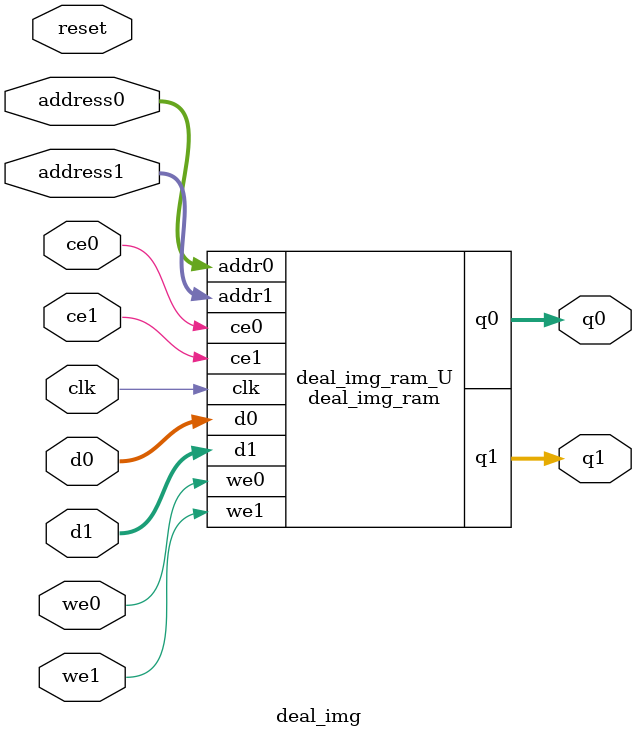
<source format=v>
`timescale 1 ns / 1 ps
module deal_img_ram (addr0, ce0, d0, we0, q0, addr1, ce1, d1, we1, q1,  clk);

parameter DWIDTH = 8;
parameter AWIDTH = 22;
parameter MEM_SIZE = 2764800;

input[AWIDTH-1:0] addr0;
input ce0;
input[DWIDTH-1:0] d0;
input we0;
output wire[DWIDTH-1:0] q0;
input[AWIDTH-1:0] addr1;
input ce1;
input[DWIDTH-1:0] d1;
input we1;
output wire[DWIDTH-1:0] q1;
input clk;

(* ram_style = "block" *)reg [DWIDTH-1:0] ram[0:MEM_SIZE-1];
wire [AWIDTH-1:0] addr0_t0; 
reg [AWIDTH-1:0] addr0_t1; 
wire [DWIDTH-1:0] d0_t0; 
wire we0_t0; 
reg [DWIDTH-1:0] d0_t1; 
reg we0_t1; 
reg [DWIDTH-1:0] q0_t0;
reg [DWIDTH-1:0] q0_t1;
wire [AWIDTH-1:0] addr1_t0; 
reg [AWIDTH-1:0] addr1_t1; 
wire [DWIDTH-1:0] d1_t0; 
wire we1_t0; 
reg [DWIDTH-1:0] d1_t1; 
reg we1_t1; 
reg [DWIDTH-1:0] q1_t0;
reg [DWIDTH-1:0] q1_t1;


assign addr0_t0 = addr0;
assign d0_t0 = d0;
assign we0_t0 = we0;
assign q0 = q0_t1;
assign addr1_t0 = addr1;
assign d1_t0 = d1;
assign we1_t0 = we1;
assign q1 = q1_t1;

always @(posedge clk)  
begin
    if (ce0) 
    begin
        addr0_t1 <= addr0_t0; 
        d0_t1 <= d0_t0;
        we0_t1 <= we0_t0;
        q0_t1 <= q0_t0;
    end
    if (ce1) 
    begin
        addr1_t1 <= addr1_t0; 
        d1_t1 <= d1_t0;
        we1_t1 <= we1_t0;
        q1_t1 <= q1_t0;
    end
end


always @(posedge clk)  
begin 
    if (ce0) 
    begin
        if (we0_t1) 
        begin 
            ram[addr0_t1] <= d0_t1; 
        end 
        q0_t0 <= ram[addr0_t1];
    end
end


always @(posedge clk)  
begin 
    if (ce1) 
    begin
        if (we1_t1) 
        begin 
            ram[addr1_t1] <= d1_t1; 
        end 
        q1_t0 <= ram[addr1_t1];
    end
end


endmodule

`timescale 1 ns / 1 ps
module deal_img(
    reset,
    clk,
    address0,
    ce0,
    we0,
    d0,
    q0,
    address1,
    ce1,
    we1,
    d1,
    q1);

parameter DataWidth = 32'd8;
parameter AddressRange = 32'd2764800;
parameter AddressWidth = 32'd22;
input reset;
input clk;
input[AddressWidth - 1:0] address0;
input ce0;
input we0;
input[DataWidth - 1:0] d0;
output[DataWidth - 1:0] q0;
input[AddressWidth - 1:0] address1;
input ce1;
input we1;
input[DataWidth - 1:0] d1;
output[DataWidth - 1:0] q1;



deal_img_ram deal_img_ram_U(
    .clk( clk ),
    .addr0( address0 ),
    .ce0( ce0 ),
    .we0( we0 ),
    .d0( d0 ),
    .q0( q0 ),
    .addr1( address1 ),
    .ce1( ce1 ),
    .we1( we1 ),
    .d1( d1 ),
    .q1( q1 ));

endmodule


</source>
